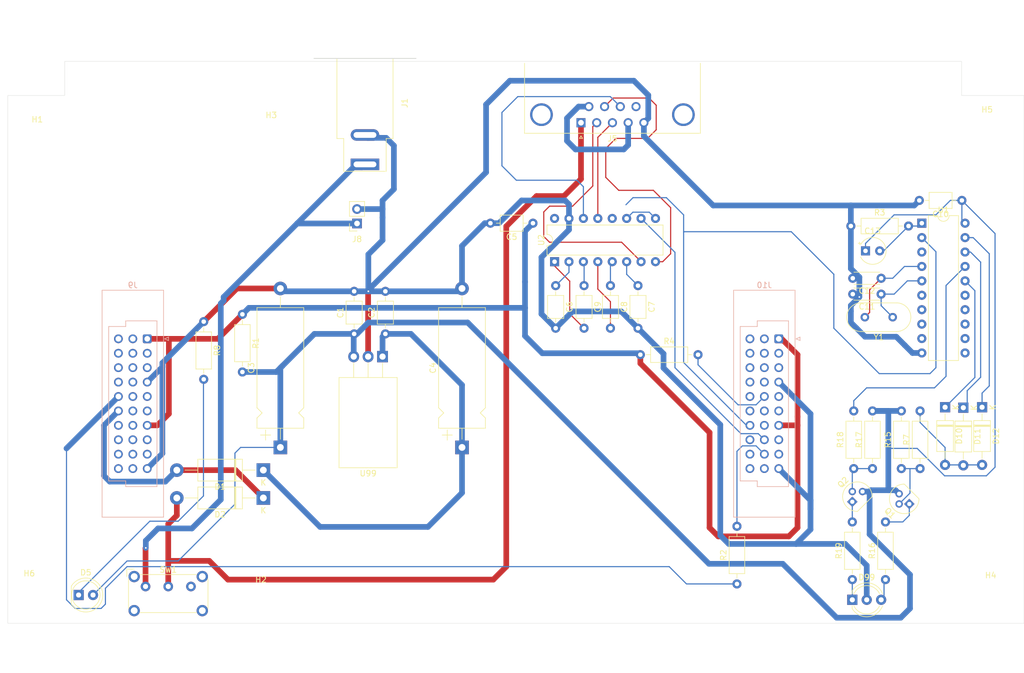
<source format=kicad_pcb>
(kicad_pcb (version 20241229) (generator "pcbnew") (generator_version "9.0")
  (layers (0 "F.Cu" signal) (2 "B.Cu" signal) (13 "F.Paste" user) (15 "B.Paste" user) (5 "F.SilkS" user "F.Silkscreen") (7 "B.SilkS" user "B.Silkscreen") (1 "F.Mask" user) (3 "B.Mask" user) (25 "Edge.Cuts" user))
  (net 0 "")
  (net 2 "Net-(D99-A1)")
  (net 3 "Net-(D99-A2)")
  (net 17 "GND")
  (net 18 "Net-(D10-K)")
  (net 19 "Net-(D11-K)")
  (net 20 "Net-(D12-K)")
  (net 21 "Net-(J5-Pad4)")
  (net 22 "Net-(U2-T1OUT)")
  (net 23 "Net-(U2-R2OUT)")
  (net 24 "Net-(U1-P1.5)")
  (net 25 "Net-(D1-K)")
  (net 61 "Net-(D2-A)")
  (net 62 "Net-(U2-VS+)")
  (net 63 "Net-(U2-VS-)")
  (net 64 "Net-(U2-C2-)")
  (net 65 "Net-(U2-C1+)")
  (net 66 "Net-(U2-C1-)")
  (net 67 "Net-(D5-K)")
  (net 68 "Net-(D1-A)")
  (net 69 "Net-(J8-Pin_1)")
  (net 70 "VCC")
  (net 71 "Net-(U2-C2+)")
  (net 72 "Net-(D10-A)")
  (net 73 "Net-(Q1-C)")
  (net 74 "Net-(Q2-C)")
  (net 75 "Net-(Q2-B)")
  (net 76 "Net-(Q1-B)")
  (net 77 "Net-(U1-RST{slash}VPP)")
  (net 78 "Net-(U1-XTAL1)")
  (net 79 "Net-(U1-XTAL2)")
  (net 80 "Net-(U2-R1IN)")
  (net 81 "Net-(U2-T2OUT)")
  (net 82 "Net-(U2-R2IN)")
  (net 83 "unconnected-(U2-R1OUT-Pad12)")
  (net 84 "Net-(J10C-Pin_c7)")
  (net 85 "Net-(J10B-Pin_b5)")
  (net 86 "Net-(J10B-Pin_b8)")
  (net 87 "Net-(J10B-Pin_b9)")
  (net 88 "Net-(J9C-Pin_c5)")
  (net 100 "Net-(J10A-Pin_a1)")
  (footprint "Capacitor_THT:C_Axial_L3.8mm_D2.6mm_P7.50mm_Horizontal" (layer "F.Cu") (at 159.5 93.5 -90)
    (property "Reference" "C9")
    (property "Value" "C")
  )
  (footprint "MountingHole:MountingHole_3.2mm_M3_DIN965" (layer "F.Cu") (at 102.578 149.098)
    (property "Reference" "H2")
    (property "Value" "MountingHole")
  )
  (footprint "Capacitor_THT:C_Axial_L3.8mm_D2.6mm_P7.50mm_Horizontal" (layer "F.Cu") (at 164.15 93.5 -90)
    (property "Reference" "C8")
    (property "Value" "C")
  )
  (footprint "Capacitor_THT:CP_Radial_Tantal_D4.5mm_P2.50mm" (layer "F.Cu") (at 209.082 87.376)
    (property "Reference" "C13")
    (property "Value" "C")
  )
  (footprint "Resistor_THT:R_Axial_DIN0207_L6.3mm_D2.5mm_P10.16mm_Horizontal" (layer "F.Cu") (at 215.392 125.73 90)
    (property "Reference" "R15")
    (property "Value" "R")
  )
  (footprint "Resistor_THT:R_Axial_DIN0207_L6.3mm_D2.5mm_P10.16mm_Horizontal" (layer "F.Cu") (at 207.01 125.73 90)
    (property "Reference" "R18")
    (property "Value" "R")
  )
  (footprint "Capacitor_THT:C_Disc_D4.3mm_W1.9mm_P5.00mm" (layer "F.Cu") (at 211.836 94.996 180)
    (property "Reference" "C11")
    (property "Value" "C")
  )
  (footprint "Package_TO_SOT_THT:TO-92" (layer "F.Cu") (at 206.756 131.572 45)
    (property "Reference" "Q2")
    (property "Value" "BC327")
  )
  (footprint "Diode_THT:D_A-405_P10.16mm_Horizontal" (layer "F.Cu") (at 223.1 114.92 -90)
    (property "Reference" "D10")
    (property "Value" "D")
  )
  (footprint "Diode_THT:D_A-405_P10.16mm_Horizontal" (layer "F.Cu") (at 226.314 115 -90)
    (property "Reference" "D11")
    (property "Value" "D")
  )
  (footprint "MountingHole:MountingHole_3.2mm_M3_DIN965" (layer "F.Cu") (at 231.14 148.336)
    (property "Reference" "H4")
    (property "Value" "MountingHole")
  )
  (footprint "Package_TO_SOT_THT:TO-92" (layer "F.Cu") (at 216.798584 131.961467 135)
    (property "Reference" "Q1")
    (property "Value" "BC327")
  )
  (footprint "Package_DIP:DIP-16_W7.62mm" (layer "F.Cu") (at 154.305 89.281 90)
    (property "Reference" "U2")
    (property "Value" "MAX202")
  )
  (footprint "LED_THT:LED_D5.0mm-3" (layer "F.Cu") (at 206.756 148.844)
    (property "Reference" "D99")
    (property "Value" "LED_Dual_AAK")
  )
  (footprint "Resistor_THT:R_Axial_DIN0207_L6.3mm_D2.5mm_P10.16mm_Horizontal" (layer "F.Cu") (at 218.694 125.73 90)
    (property "Reference" "R7")
    (property "Value" "R")
  )
  (footprint "Resistor_THT:R_Axial_DIN0207_L6.3mm_D2.5mm_P10.16mm_Horizontal" (layer "F.Cu") (at 212.598 145.288 90)
    (property "Reference" "R16")
    (property "Value" "120")
  )
  (footprint "Resistor_THT:R_Axial_DIN0207_L6.3mm_D2.5mm_P10.16mm_Horizontal" (layer "F.Cu") (at 186.436 146.05 90)
    (property "Reference" "R2")
    (property "Value" "1")
  )
  (footprint "Package_DIP:DIP-20_W7.62mm" (layer "F.Cu") (at 219 82.5)
    (property "Reference" "U1")
    (property "Value" "AT89C2051-12P")
  )
  (footprint "Package_TO_SOT_THT:TO-220-3_Horizontal_TabDown" (layer "F.Cu") (at 124 106 180)
    (property "Reference" "U99")
    (property "Value" "L7805")
  )
  (footprint "Diode_THT:D_A-405_P10.16mm_Horizontal" (layer "F.Cu") (at 229.616 114.92 -90)
    (property "Reference" "D12")
    (property "Value" "D")
  )
  (footprint "Crystal:Crystal_HC18-U_Vertical" (layer "F.Cu") (at 213.868 99.06 180)
    (property "Reference" "Y1")
    (property "Value" "Crystal")
  )
  (footprint "Capacitor_THT:C_Axial_L3.8mm_D2.6mm_P7.50mm_Horizontal" (layer "F.Cu") (at 154.5 93.5 -90)
    (property "Reference" "C6")
    (property "Value" "C")
  )
  (footprint "MountingHole:MountingHole_3.2mm_M3_DIN965" (layer "F.Cu") (at 104.394 67.272)
    (property "Reference" "H3")
    (property "Value" "MountingHole")
  )
  (footprint "MountingHole:MountingHole_3.2mm_M3_DIN965" (layer "F.Cu") (at 63.17 68.034)
    (property "Reference" "H1")
    (property "Value" "MountingHole")
  )
  (footprint "Capacitor_THT:C_Axial_L3.8mm_D2.6mm_P7.50mm_Horizontal" (layer "F.Cu") (at 169 93.5 -90)
    (property "Reference" "C7")
    (property "Value" "C")
  )
  (footprint "Diode_THT:D_DO-15_P15.24mm_Horizontal" (layer "F.Cu") (at 103 130.9 180)
    (property "Reference" "D2")
    (property "Value" "D")
  )
  (footprint "Connector_PinSocket_2.54mm:PinSocket_1x02_P2.54mm_Vertical" (layer "F.Cu") (at 119.507 82.55 180)
    (property "Reference" "J8")
    (property "Value" "Conn_01x02_Socket")
  )
  (footprint "Resistor_THT:R_Axial_DIN0207_L6.3mm_D2.5mm_P10.16mm_Horizontal" (layer "F.Cu") (at 206.5 83)
    (property "Reference" "R3")
    (property "Value" "R")
  )
  (footprint "Capacitor_THT:CP_Axial_L21.0mm_D8.0mm_P28.00mm_Horizontal" (layer "F.Cu") (at 138 122 90)
    (property "Reference" "C4")
    (property "Value" "C_Polarized")
  )
  (footprint "Resistor_THT:R_Axial_DIN0207_L6.3mm_D2.5mm_P10.16mm_Horizontal" (layer "F.Cu") (at 210.312 125.73 90)
    (property "Reference" "R17")
    (property "Value" "R")
  )
  (footprint "MountingHole:MountingHole_3.2mm_M3_DIN965" (layer "F.Cu") (at 230.5 66.294)
    (property "Reference" "H5")
    (property "Value" "MountingHole")
  )
  (footprint "Resistor_THT:R_Axial_DIN0207_L6.3mm_D2.5mm_P10.16mm_Horizontal" (layer "F.Cu") (at 169.418 105.664)
    (property "Reference" "R4")
    (property "Value" "1")
  )
  (footprint "Resistor_THT:R_Axial_DIN0207_L6.3mm_D2.5mm_P10.16mm_Horizontal" (layer "F.Cu") (at 92.5 99.84 -90)
    (property "Reference" "R8")
    (property "Value" "R")
  )
  (footprint "Diode_THT:D_DO-15_P15.24mm_Horizontal" (layer "F.Cu") (at 103 126 180)
    (property "Reference" "D1")
    (property "Value" "D")
  )
  (footprint "Capacitor_THT:C_Disc_D4.3mm_W1.9mm_P5.00mm" (layer "F.Cu") (at 211.836 92.202 180)
    (property "Reference" "C12")
    (property "Value" "C")
  )
  (footprint "Capacitor_THT:C_Axial_L3.8mm_D2.6mm_P7.50mm_Horizontal" (layer "F.Cu") (at 119 102 90)
    (property "Reference" "C1")
    (property "Value" "C")
  )
  (footprint "Resistor_THT:R_Axial_DIN0207_L6.3mm_D2.5mm_P10.16mm_Horizontal" (layer "F.Cu") (at 206.756 145.288 90)
    (property "Reference" "R19")
    (property "Value" "120")
  )
  (footprint "Capacitor_THT:C_Axial_L3.8mm_D2.6mm_P7.50mm_Horizontal" (layer "F.Cu") (at 150.5 82.5 180)
    (property "Reference" "C5")
    (property "Value" "C")
  )
  (footprint "Capacitor_THT:C_Axial_L3.8mm_D2.6mm_P7.50mm_Horizontal" (layer "F.Cu") (at 124.5 102 90)
    (property "Reference" "C2")
    (property "Value" "C")
  )
  (footprint "Connector_BarrelJack:BarrelJack_SwitchcraftConxall_RAPC10U_Horizontal" (layer "F.Cu") (at 120.904 72.136 -90)
    (property "Reference" "J1")
    (property "Value" "Barrel_Jack")
    (fp_line (start -18.67 -9) (end -18.67 9) (stroke (width 0.12)) (layer "Edge.Cuts"))
  )
  (footprint "Resistor_THT:R_Axial_DIN0207_L6.3mm_D2.5mm_P10.16mm_Horizontal" (layer "F.Cu") (at 99.314 98.552 -90)
    (property "Reference" "R1")
    (property "Value" "1")
  )
  (footprint "Capacitor_THT:CP_Axial_L21.0mm_D8.0mm_P28.00mm_Horizontal" (layer "F.Cu") (at 106 122 90)
    (property "Reference" "C3")
    (property "Value" "C_Polarized")
  )
  (footprint "Capacitor_THT:C_Axial_L3.8mm_D2.6mm_P7.50mm_Horizontal" (layer "F.Cu") (at 226.06 78.486 180)
    (property "Reference" "C10")
    (property "Value" "C")
  )
  (footprint "MountingHole:MountingHole_3.2mm_M3_DIN965" (layer "F.Cu") (at 61.76 148)
    (property "Reference" "H6")
    (property "Value" "MountingHole")
  )
  (footprint "LED_THT:LED_D5.0mm" (layer "F.Cu") (at 70.46 148)
    (property "Reference" "D5")
    (property "Value" "POWER")
  )
  (footprint "Connector_Dsub:DSUB-9_Socket_Horizontal_P2.77x2.84mm_EdgePinOffset7.70mm_Housed_MountingHolesOffset9.12mm" (layer "F.Cu") (at 158.96 64.8 180)
    (property "Reference" "J5")
    (property "Value" "DE9_Plug_MountingHoles")
  )
  (footprint "Button_Switch_THT:SW_E-Switch_EG1224_SPDT_Angled" (layer "F.Cu") (at 82.25 146.5)
    (property "Reference" "SW1")
    (property "Value" "SW_SPDT")
  )
  (footprint "Connector_DIN:DIN41612_C3_3x10_Female_Vertical_THT" (layer "B.Cu") (at 82.55 102.87 180)
    (property "Reference" "J9")
    (property "Value" "DIN41612_03x10_ABC")
  )
  (footprint "Connector_DIN:DIN41612_C3_3x10_Female_Vertical_THT" (layer "B.Cu") (at 193.802 102.87 180)
    (property "Reference" "J10")
    (property "Value" "DIN41612_03x10_ABC")
  )
  (gr_poly (pts (xy 58 153) (xy 237 153) (xy 237 60) (xy 226 60) (xy 226 54) (xy 68 54) (xy 68 60) (xy 58 60)) (stroke (width 0.05)) (fill no) (layer "Edge.Cuts"))
  (segment (start 206.756 148.844) (end 206.756 145.288) (width 0.2) (layer "B.Cu") (net 2))
  (segment (start 212.344 145.542) (end 212.598 145.288) (width 0.2) (layer "B.Cu") (net 3))
  (segment (start 211.836 148.844) (end 212.344 148.336) (width 0.2) (layer "B.Cu") (net 3))
  (segment (start 212.344 148.336) (end 212.344 145.542) (width 0.2) (layer "B.Cu") (net 3))
  (segment (start 121.46 106) (end 121.46 94.54) (width 1) (layer "F.Cu") (net 17))
  (segment (start 121.46 94.54) (end 121.5 94.5) (width 1) (layer "F.Cu") (net 17))
  (segment (start 106 94) (end 98.34 94) (width 1) (layer "F.Cu") (net 17))
  (segment (start 98.34 94) (end 92.5 99.84) (width 1) (layer "F.Cu") (net 17))
  (via (at 121.5 94.5) (size 0.6) (drill 0.3) (layers "F.Cu" "B.Cu") (net 17))
  (via (at 208 95.5) (size 0.6) (drill 0.3) (layers "F.Cu" "B.Cu") (net 17))
  (segment (start 144.5 82.5) (end 148.5 78.5) (width 1) (layer "B.Cu") (net 17))
  (segment (start 85.217 107.123) (end 85.217 107.823) (width 1) (layer "B.Cu") (net 17))
  (segment (start 183.5 137.5) (end 183.5 118) (width 1) (layer "B.Cu") (net 17))
  (segment (start 170.815 64.025) (end 170.04 64.8) (width 1) (layer "B.Cu") (net 17))
  (segment (start 142 82.5) (end 138 86.5) (width 1) (layer "B.Cu") (net 17))
  (segment (start 168.275 57.404) (end 170.815 59.944) (width 1) (layer "B.Cu") (net 17))
  (segment (start 121.5 88) (end 122.5 87) (width 1) (layer "B.Cu") (net 17))
  (segment (start 121.5 94.273) (end 142.24 73.533) (width 1) (layer "B.Cu") (net 17))
  (segment (start 157.456 98.044) (end 154.5 101) (width 1) (layer "B.Cu") (net 17))
  (segment (start 152 88.5) (end 152 98.5) (width 1) (layer "B.Cu") (net 17))
  (segment (start 121.5 94.5) (end 121.5 88) (width 1) (layer "B.Cu") (net 17))
  (segment (start 124 85.5) (end 124 81.5) (width 1) (layer "B.Cu") (net 17))
  (segment (start 206.5 79.377) (end 206.502 79.375) (width 1) (layer "B.Cu") (net 17))
  (segment (start 142.24 73.533) (end 142.24 61.595) (width 1) (layer "B.Cu") (net 17))
  (segment (start 152 98.5) (end 154.5 101) (width 1) (layer "B.Cu") (net 17))
  (segment (start 170.815 59.944) (end 170.815 64.025) (width 1) (layer "B.Cu") (net 17))
  (segment (start 199.39 116.078) (end 193.802 110.49) (width 1) (layer "B.Cu") (net 17))
  (segment (start 196.85 139) (end 199.39 136.46) (width 1) (layer "B.Cu") (net 17))
  (segment (start 209.296 142.796) (end 205.5 139) (width 1) (layer "B.Cu") (net 17))
  (segment (start 209.296 148.844) (end 209.296 142.796) (width 1) (layer "B.Cu") (net 17))
  (segment (start 208 92) (end 206.5 90.5) (width 1) (layer "B.Cu") (net 17))
  (segment (start 124 81.5) (end 124 80.01) (width 1) (layer "B.Cu") (net 17))
  (segment (start 205.5 139) (end 196.85 139) (width 1) (layer "B.Cu") (net 17))
  (segment (start 120.904 66.956) (end 121.412 67.464) (width 1) (layer "B.Cu") (net 17))
  (segment (start 121.5 94.5) (end 121.5 94.273) (width 1) (layer "B.Cu") (net 17))
  (segment (start 143 82.5) (end 142 82.5) (width 1) (layer "B.Cu") (net 17))
  (segment (start 173.5 108) (end 173.5 105.5) (width 1) (layer "B.Cu") (net 17))
  (segment (start 206.5 90.5) (end 206.5 83) (width 1) (layer "B.Cu") (net 17))
  (segment (start 121.412 67.464) (end 124.63 67.464) (width 1) (layer "B.Cu") (net 17))
  (segment (start 206.5 98) (end 206.5 97) (width 1) (layer "B.Cu") (net 17))
  (segment (start 199.39 132.842) (end 199.39 116.078) (width 1) (layer "B.Cu") (net 17))
  (segment (start 182.245 79.375) (end 206.502 79.375) (width 1) (layer "B.Cu") (net 17))
  (segment (start 214.5 102.5) (end 212 102.5) (width 1) (layer "B.Cu") (net 17))
  (segment (start 85.217 107.823) (end 82.55 110.49) (width 1) (layer "B.Cu") (net 17))
  (segment (start 206.5 100) (end 206.5 98) (width 1) (layer "B.Cu") (net 17))
  (segment (start 138 86.5) (end 138 94) (width 1) (layer "B.Cu") (net 17))
  (segment (start 156.16 78.5) (end 156.845 79.185) (width 1) (layer "B.Cu") (net 17))
  (segment (start 106 94) (end 106.5 94.5) (width 1) (layer "B.Cu") (net 17))
  (segment (start 106.5 94.5) (end 137.5 94.5) (width 1) (layer "B.Cu") (net 17))
  (segment (start 166.044 98.044) (end 157.456 98.044) (width 1) (layer "B.Cu") (net 17))
  (segment (start 199.39 132.842) (end 199.39 131.318) (width 1) (layer "B.Cu") (net 17))
  (segment (start 170.04 64.8) (end 170.04 67.17) (width 1) (layer "B.Cu") (net 17))
  (segment (start 217.36 105.36) (end 216 104) (width 1) (layer "B.Cu") (net 17))
  (segment (start 206.5 97) (end 208 95.5) (width 1) (layer "B.Cu") (net 17))
  (segment (start 185 139) (end 183.5 137.5) (width 1) (layer "B.Cu") (net 17))
  (segment (start 199.39 136.46) (end 199.39 132.842) (width 1) (layer "B.Cu") (net 17))
  (segment (start 209 102.5) (end 207.5 101) (width 1) (layer "B.Cu") (net 17))
  (segment (start 124 78.5) (end 124 80.01) (width 1) (layer "B.Cu") (net 17))
  (segment (start 212 102.5) (end 209 102.5) (width 1) (layer "B.Cu") (net 17))
  (segment (start 183.5 118) (end 173.5 108) (width 1) (layer "B.Cu") (net 17))
  (segment (start 206.5 83) (end 206.5 79.377) (width 1) (layer "B.Cu") (net 17))
  (segment (start 124.63 67.464) (end 126 68.834) (width 1) (layer "B.Cu") (net 17))
  (segment (start 173.5 105.5) (end 169 101) (width 1) (layer "B.Cu") (net 17))
  (segment (start 217.671 79.375) (end 218.56 78.486) (width 1) (layer "B.Cu") (net 17))
  (segment (start 207.5 101) (end 206.5 100) (width 1) (layer "B.Cu") (net 17))
  (segment (start 85.217 107.123) (end 85.217 123.063) (width 1) (layer "B.Cu") (net 17))
  (segment (start 126 68.834) (end 126 76.5) (width 1) (layer "B.Cu") (net 17))
  (segment (start 208 95.5) (end 208 92) (width 1) (layer "B.Cu") (net 17))
  (segment (start 92.5 99.84) (end 85.217 107.123) (width 1) (layer "B.Cu") (net 17))
  (segment (start 148.5 78.5) (end 156.16 78.5) (width 1) (layer "B.Cu") (net 17))
  (segment (start 122.5 87) (end 124 85.5) (width 1) (layer "B.Cu") (net 17))
  (segment (start 219 105.36) (end 217.36 105.36) (width 1) (layer "B.Cu") (net 17))
  (segment (start 124 80.01) (end 119.507 80.01) (width 1) (layer "B.Cu") (net 17))
  (segment (start 169 101) (end 166.044 98.044) (width 1) (layer "B.Cu") (net 17))
  (segment (start 142.24 61.595) (end 146.431 57.404) (width 1) (layer "B.Cu") (net 17))
  (segment (start 137.5 94.5) (end 138 94) (width 1) (layer "B.Cu") (net 17))
  (segment (start 143 82.5) (end 144.5 82.5) (width 1) (layer "B.Cu") (net 17))
  (segment (start 126 76.5) (end 124 78.5) (width 1) (layer "B.Cu") (net 17))
  (segment (start 206.502 79.375) (end 217.671 79.375) (width 1) (layer "B.Cu") (net 17))
  (segment (start 85.217 123.063) (end 82.55 125.73) (width 1) (layer "B.Cu") (net 17))
  (segment (start 216 104) (end 214.5 102.5) (width 1) (layer "B.Cu") (net 17))
  (segment (start 199.39 131.318) (end 193.802 125.73) (width 1) (layer "B.Cu") (net 17))
  (segment (start 170.04 67.17) (end 182.245 79.375) (width 1) (layer "B.Cu") (net 17))
  (segment (start 156.845 79.185) (end 156.845 81.661) (width 1) (layer "B.Cu") (net 17))
  (segment (start 146.431 57.404) (end 168.275 57.404) (width 1) (layer "B.Cu") (net 17))
  (segment (start 196.85 139) (end 185 139) (width 1) (layer "B.Cu") (net 17))
  (segment (start 156.845 81.661) (end 156.845 83.655) (width 1) (layer "B.Cu") (net 17))
  (segment (start 156.845 83.655) (end 152 88.5) (width 1) (layer "B.Cu") (net 17))
  (segment (start 228.346 94.386) (end 228.346 109.674) (width 0.2) (layer "B.Cu") (net 18))
  (segment (start 228.346 109.674) (end 223.1 114.92) (width 0.2) (layer "B.Cu") (net 18))
  (segment (start 226.62 92.66) (end 228.346 94.386) (width 0.2) (layer "B.Cu") (net 18))
  (segment (start 226.314 115) (end 227 114.314) (width 0.2) (layer "B.Cu") (net 19))
  (segment (start 229.362 89.362) (end 227.58 87.58) (width 0.2) (layer "B.Cu") (net 19))
  (segment (start 229.362 109.638) (end 229.362 89.362) (width 0.2) (layer "B.Cu") (net 19))
  (segment (start 227.58 87.58) (end 226.62 87.58) (width 0.2) (layer "B.Cu") (net 19))
  (segment (start 227 112) (end 229.362 109.638) (width 0.2) (layer "B.Cu") (net 19))
  (segment (start 227 114.314) (end 227 112) (width 0.2) (layer "B.Cu") (net 19))
  (segment (start 230.886 111.163819) (end 229.616 112.433819) (width 0.2) (layer "B.Cu") (net 20))
  (segment (start 229.616 112.433819) (end 229.616 114.92) (width 0.2) (layer "B.Cu") (net 20))
  (segment (start 226.62 85.04) (end 228.04 85.04) (width 0.2) (layer "B.Cu") (net 20))
  (segment (start 230.886 87.886) (end 230.886 111.163819) (width 0.2) (layer "B.Cu") (net 20))
  (segment (start 228.04 85.04) (end 230.886 87.886) (width 0.2) (layer "B.Cu") (net 20))
  (segment (start 160.345 61.96) (end 158.54 61.96) (width 1) (layer "B.Cu") (net 21))
  (segment (start 167.27 68.73) (end 167.27 64.8) (width 1) (layer "B.Cu") (net 21))
  (segment (start 156.5 64) (end 156.5 68) (width 1) (layer "B.Cu") (net 21))
  (segment (start 158 69.5) (end 166.5 69.5) (width 1) (layer "B.Cu") (net 21))
  (segment (start 158.54 61.96) (end 156.5 64) (width 1) (layer "B.Cu") (net 21))
  (segment (start 166.5 69.5) (end 167.27 68.73) (width 1) (layer "B.Cu") (net 21))
  (segment (start 156.5 68) (end 158 69.5) (width 1) (layer "B.Cu") (net 21))
  (segment (start 159.385 76.073) (end 158.242 74.93) (width 0.2) (layer "B.Cu") (net 22))
  (segment (start 147.828 60.198) (end 164.123 60.198) (width 0.2) (layer "B.Cu") (net 22))
  (segment (start 145.034 72.39) (end 145.034 62.992) (width 0.2) (layer "B.Cu") (net 22))
  (segment (start 147.574 74.93) (end 145.034 72.39) (width 0.2) (layer "B.Cu") (net 22))
  (segment (start 158.242 74.93) (end 147.574 74.93) (width 0.2) (layer "B.Cu") (net 22))
  (segment (start 145.034 62.992) (end 147.828 60.198) (width 0.2) (layer "B.Cu") (net 22))
  (segment (start 164.123 60.198) (end 165.885 61.96) (width 0.2) (layer "B.Cu") (net 22))
  (segment (start 159.385 81.661) (end 159.385 76.073) (width 0.2) (layer "B.Cu") (net 22))
  (segment (start 168.105 80.561) (end 170.985 80.561) (width 0.2) (layer "B.Cu") (net 23))
  (segment (start 170.985 80.561) (end 172.085 81.661) (width 0.2) (layer "B.Cu") (net 23))
  (segment (start 167.005 81.661) (end 168.105 80.561) (width 0.2) (layer "B.Cu") (net 23))
  (segment (start 223.266 93.474) (end 226.62 90.12) (width 0.2) (layer "B.Cu") (net 24))
  (segment (start 207.01 113.774475) (end 209.278475 111.506) (width 0.2) (layer "B.Cu") (net 24))
  (segment (start 221.234 111.506) (end 223.266 109.474) (width 0.2) (layer "B.Cu") (net 24))
  (segment (start 207.01 115.57) (end 207.01 113.774475) (width 0.2) (layer "B.Cu") (net 24))
  (segment (start 209.278475 111.506) (end 221.234 111.506) (width 0.2) (layer "B.Cu") (net 24))
  (segment (start 223.266 109.474) (end 223.266 93.474) (width 0.2) (layer "B.Cu") (net 24))
  (segment (start 124 106) (end 124 102.5) (width 1) (layer "B.Cu") (net 25))
  (segment (start 124 102.5) (end 124.5 102) (width 1) (layer "B.Cu") (net 25))
  (segment (start 124.5 102) (end 129 102) (width 1) (layer "B.Cu") (net 25))
  (segment (start 138 130) (end 132 136) (width 1) (layer "B.Cu") (net 25))
  (segment (start 113 136) (end 103 126) (width 1) (layer "B.Cu") (net 25))
  (segment (start 138 122) (end 138 130) (width 1) (layer "B.Cu") (net 25))
  (segment (start 138 111) (end 138 122) (width 1) (layer "B.Cu") (net 25))
  (segment (start 129 102) (end 138 111) (width 1) (layer "B.Cu") (net 25))
  (segment (start 132 136) (end 113 136) (width 1) (layer "B.Cu") (net 25))
  (segment (start 143.51 145.288) (end 96.774 145.288) (width 1) (layer "F.Cu") (net 61))
  (segment (start 87.76 130.9) (end 87.76 133.982) (width 1) (layer "F.Cu") (net 61))
  (segment (start 87.76 133.982) (end 86.25 135.492) (width 1) (layer "F.Cu") (net 61))
  (segment (start 155.956 77.724) (end 151.13 77.724) (width 1) (layer "F.Cu") (net 61))
  (segment (start 96.774 145.288) (end 93.472 141.986) (width 1) (layer "F.Cu") (net 61))
  (segment (start 86.25 135.492) (end 86.25 141.986) (width 1) (layer "F.Cu") (net 61))
  (segment (start 145.796 83.058) (end 145.796 143.002) (width 1) (layer "F.Cu") (net 61))
  (segment (start 158.96 74.72) (end 155.956 77.724) (width 1) (layer "F.Cu") (net 61))
  (segment (start 151.13 77.724) (end 145.796 83.058) (width 1) (layer "F.Cu") (net 61))
  (segment (start 93.472 141.986) (end 86.25 141.986) (width 1) (layer "F.Cu") (net 61))
  (segment (start 145.796 143.002) (end 143.51 145.288) (width 1) (layer "F.Cu") (net 61))
  (segment (start 158.96 64.8) (end 158.96 74.72) (width 1) (layer "F.Cu") (net 61))
  (segment (start 86.25 141.986) (end 86.25 146.5) (width 1) (layer "F.Cu") (net 61))
  (segment (start 156.845 89.281) (end 156.845 91.155) (width 0.2) (layer "B.Cu") (net 62))
  (segment (start 156.845 91.155) (end 155 93) (width 0.2) (layer "B.Cu") (net 62))
  (segment (start 167.005 89.281) (end 167.005 91.505) (width 0.2) (layer "B.Cu") (net 63))
  (segment (start 167.005 91.505) (end 169 93.5) (width 0.2) (layer "B.Cu") (net 63))
  (segment (start 164.465 89.281) (end 164.15 89.596) (width 0.2) (layer "B.Cu") (net 64))
  (segment (start 164.15 89.596) (end 164.15 93.5) (width 0.2) (layer "B.Cu") (net 64))
  (segment (start 156.972 98.472) (end 159.5 101) (width 0.2) (layer "F.Cu") (net 65))
  (segment (start 154.305 89.281) (end 154.305 90.043) (width 0.2) (layer "F.Cu") (net 65))
  (segment (start 156.972 92.71) (end 156.972 98.472) (width 0.2) (layer "F.Cu") (net 65))
  (segment (start 154.305 90.043) (end 156.972 92.71) (width 0.2) (layer "F.Cu") (net 65))
  (segment (start 159.512 89.408) (end 159.512 93.488) (width 0.2) (layer "B.Cu") (net 66))
  (segment (start 159.385 89.281) (end 159.512 89.408) (width 0.2) (layer "B.Cu") (net 66))
  (segment (start 159.512 93.488) (end 159.5 93.5) (width 0.2) (layer "B.Cu") (net 66))
  (segment (start 92.456 130.544) (end 92.456 110.044) (width 0.2) (layer "B.Cu") (net 67))
  (segment (start 92.456 110.044) (end 92.5 110) (width 0.2) (layer "B.Cu") (net 67))
  (segment (start 70.46 148) (end 70.46 147.54) (width 0.2) (layer "B.Cu") (net 67))
  (segment (start 70.46 147.54) (end 83 135) (width 0.2) (layer "B.Cu") (net 67))
  (segment (start 88 135) (end 92.456 130.544) (width 0.2) (layer "B.Cu") (net 67))
  (segment (start 83 135) (end 88 135) (width 0.2) (layer "B.Cu") (net 67))
  (segment (start 98.1 126) (end 103 130.9) (width 1) (layer "F.Cu") (net 68))
  (segment (start 87.76 126) (end 98.1 126) (width 1) (layer "F.Cu") (net 68))
  (segment (start 74.93 127) (end 74.93 118.11) (width 1) (layer "B.Cu") (net 68))
  (segment (start 74.93 118.11) (end 77.47 115.57) (width 1) (layer "B.Cu") (net 68))
  (segment (start 85.744 128.016) (end 75.946 128.016) (width 1) (layer "B.Cu") (net 68))
  (segment (start 87.76 126) (end 85.744 128.016) (width 1) (layer "B.Cu") (net 68))
  (segment (start 75.946 128.016) (end 74.93 127) (width 1) (layer "B.Cu") (net 68))
  (segment (start 82.25 146.5) (end 82.25 139.746) (width 1) (layer "F.Cu") (net 69))
  (segment (start 82.25 139.746) (end 82.296 139.7) (width 1) (layer "F.Cu") (net 69))
  (via (at 82.296 139.7) (size 0.6) (drill 0.3) (layers "F.Cu" "B.Cu") (net 69))
  (segment (start 82.296 139.7) (end 82.296 138.43) (width 1) (layer "B.Cu") (net 69))
  (segment (start 95.504 96.647) (end 96.012 96.139) (width 1) (layer "B.Cu") (net 69))
  (segment (start 96.012 95.504) (end 108.966 82.55) (width 1) (layer "B.Cu") (net 69))
  (segment (start 118.872 72.644) (end 120.396 72.644) (width 1) (layer "B.Cu") (net 69))
  (segment (start 84.455 136.271) (end 90.424 136.271) (width 1) (layer "B.Cu") (net 69))
  (segment (start 108.966 82.55) (end 119.507 82.55) (width 1) (layer "B.Cu") (net 69))
  (segment (start 95.504 131.191) (end 95.504 96.647) (width 1) (layer "B.Cu") (net 69))
  (segment (start 120.396 72.644) (end 120.904 72.136) (width 1) (layer "B.Cu") (net 69))
  (segment (start 108.966 82.55) (end 118.872 72.644) (width 1) (layer "B.Cu") (net 69))
  (segment (start 90.424 136.271) (end 95.504 131.191) (width 1) (layer "B.Cu") (net 69))
  (segment (start 82.296 138.43) (end 84.455 136.271) (width 1) (layer "B.Cu") (net 69))
  (segment (start 96.012 96.139) (end 96.012 95.504) (width 1) (layer "B.Cu") (net 69))
  (segment (start 119.5 102) (end 119 102) (width 1) (layer "B.Cu") (net 70))
  (segment (start 213.106 122.174) (end 213.106 129.54) (width 1) (layer "B.Cu") (net 70))
  (segment (start 226.06 78.486) (end 224.028 78.486) (width 0.2) (layer "B.Cu") (net 70))
  (segment (start 216.916 144.416) (end 216.916 150.368) (width 1) (layer "B.Cu") (net 70))
  (segment (start 204 152) (end 194.5 142.5) (width 1) (layer "B.Cu") (net 70))
  (segment (start 213.106 129.54) (end 210.058 129.54) (width 1) (layer "B.Cu") (net 70))
  (segment (start 210.058 129.54) (end 209.804 129.794) (width 1) (layer "B.Cu") (net 70))
  (segment (start 105.288 108.712) (end 106.365 107.635) (width 1) (layer "B.Cu") (net 70))
  (segment (start 215.284 152) (end 204 152) (width 1) (layer "B.Cu") (net 70))
  (segment (start 231.902 125.476) (end 230.378 127) (width 0.2) (layer "B.Cu") (net 70))
  (segment (start 221.488 81.026) (end 214.122 81.026) (width 0.2) (layer "B.Cu") (net 70))
  (segment (start 214.377117 129.54) (end 215.002533 130.165416) (width 1) (layer "B.Cu") (net 70))
  (segment (start 213.106 129.54) (end 214.377117 129.54) (width 1) (layer "B.Cu") (net 70))
  (segment (start 98 132) (end 98 123) (width 0.2) (layer "B.Cu") (net 70))
  (segment (start 99 122) (end 106 122) (width 0.2) (layer "B.Cu") (net 70))
  (segment (start 226.06 78.486) (end 231.902 84.328) (width 0.2) (layer "B.Cu") (net 70))
  (segment (start 216.916 150.368) (end 215.284 152) (width 1) (layer "B.Cu") (net 70))
  (segment (start 231.902 84.328) (end 231.902 125.476) (width 0.2) (layer "B.Cu") (net 70))
  (segment (start 210.312 115.57) (end 210.693 115.57) (width 1) (layer "B.Cu") (net 70))
  (segment (start 181.5 142.5) (end 139 100) (width 1) (layer "B.Cu") (net 70))
  (segment (start 106 122) (end 106 108) (width 1) (layer "B.Cu") (net 70))
  (segment (start 209.082 86.066) (end 209.082 87.376) (width 0.2) (layer "B.Cu") (net 70))
  (segment (start 98 123) (end 99 122) (width 0.2) (layer "B.Cu") (net 70))
  (segment (start 99.314 108.712) (end 105.288 108.712) (width 1) (layer "B.Cu") (net 70))
  (segment (start 210.693 115.57) (end 215.392 115.57) (width 1) (layer "B.Cu") (net 70))
  (segment (start 226.06 78.486) (end 226.06 81.94) (width 0.2) (layer "B.Cu") (net 70))
  (segment (start 106 108) (end 106.365 107.635) (width 1) (layer "B.Cu") (net 70))
  (segment (start 118.92 106) (end 118.92 102.08) (width 1) (layer "B.Cu") (net 70))
  (segment (start 213.106 115.57) (end 213.106 122.174) (width 1) (layer "B.Cu") (net 70))
  (segment (start 209.804 137.304) (end 216.916 144.416) (width 1) (layer "B.Cu") (net 70))
  (segment (start 210.693 115.57) (end 213.106 115.57) (width 1) (layer "B.Cu") (net 70))
  (segment (start 106.365 107.635) (end 112 102) (width 1) (layer "B.Cu") (net 70))
  (segment (start 209.822051 129.775949) (end 210.058 129.54) (width 1) (layer "B.Cu") (net 70))
  (segment (start 226.06 81.94) (end 226.62 82.5) (width 0.2) (layer "B.Cu") (net 70))
  (segment (start 79 142) (end 88 142) (width 0.2) (layer "B.Cu") (net 70))
  (segment (start 208.552051 129.775949) (end 209.822051 129.775949) (width 1) (layer "B.Cu") (net 70))
  (segment (start 223.012 127) (end 218.186 122.174) (width 0.2) (layer "B.Cu") (net 70))
  (segment (start 121.5 100) (end 119.5 102) (width 1) (layer "B.Cu") (net 70))
  (segment (start 218.186 122.174) (end 213.106 122.174) (width 0.2) (layer "B.Cu") (net 70))
  (segment (start 139 100) (end 121.5 100) (width 1) (layer "B.Cu") (net 70))
  (segment (start 73 148) (end 79 142) (width 0.2) (layer "B.Cu") (net 70))
  (segment (start 112 102) (end 119 102) (width 1) (layer "B.Cu") (net 70))
  (segment (start 88 142) (end 98 132) (width 0.2) (layer "B.Cu") (net 70))
  (segment (start 230.378 127) (end 223.012 127) (width 0.2) (layer "B.Cu") (net 70))
  (segment (start 194.5 142.5) (end 181.5 142.5) (width 1) (layer "B.Cu") (net 70))
  (segment (start 118.92 102.08) (end 119 102) (width 1) (layer "B.Cu") (net 70))
  (segment (start 209.804 129.794) (end 209.804 137.304) (width 1) (layer "B.Cu") (net 70))
  (segment (start 224.028 78.486) (end 221.488 81.026) (width 0.2) (layer "B.Cu") (net 70))
  (segment (start 214.122 81.026) (end 209.082 86.066) (width 0.2) (layer "B.Cu") (net 70))
  (segment (start 161.925 94.107) (end 164.15 96.332) (width 0.2) (layer "F.Cu") (net 71))
  (segment (start 161.925 89.281) (end 161.925 94.107) (width 0.2) (layer "F.Cu") (net 71))
  (segment (start 164.15 96.332) (end 164.15 101) (width 0.2) (layer "F.Cu") (net 71))
  (segment (start 229.616 125.08) (end 223.1 125.08) (width 0.2) (layer "B.Cu") (net 72))
  (segment (start 223.1 125.08) (end 223.1 122.008) (width 0.2) (layer "B.Cu") (net 72))
  (segment (start 218.694 117.602) (end 218.694 115.57) (width 0.2) (layer "B.Cu") (net 72))
  (segment (start 223.1 122.008) (end 218.694 117.602) (width 0.2) (layer "B.Cu") (net 72))
  (segment (start 216.798584 131.961467) (end 216.798584 133.975416) (width 0.2) (layer "B.Cu") (net 73))
  (segment (start 215.646 135.128) (end 212.598 135.128) (width 0.2) (layer "B.Cu") (net 73))
  (segment (start 216.798584 133.975416) (end 215.646 135.128) (width 0.2) (layer "B.Cu") (net 73))
  (segment (start 206.756 135.128) (end 206.756 131.572) (width 0.2) (layer "B.Cu") (net 74))
  (segment (start 206.756 125.984) (end 207.01 125.73) (width 0.2) (layer "B.Cu") (net 75))
  (segment (start 206.756 129.775949) (end 206.756 125.984) (width 0.2) (layer "B.Cu") (net 75))
  (segment (start 207.01 125.73) (end 210.312 125.73) (width 0.2) (layer "B.Cu") (net 75))
  (segment (start 216.916 130.048) (end 216.916 125.73) (width 0.2) (layer "B.Cu") (net 76))
  (segment (start 215.392 125.73) (end 216.916 125.73) (width 0.2) (layer "B.Cu") (net 76))
  (segment (start 215.002533 131.961467) (end 216.916 130.048) (width 0.2) (layer "B.Cu") (net 76))
  (segment (start 216.916 125.73) (end 218.694 125.73) (width 0.2) (layer "B.Cu") (net 76))
  (segment (start 216.66 83) (end 218.5 83) (width 0.2) (layer "B.Cu") (net 77))
  (segment (start 218.5 83) (end 219 82.5) (width 0.2) (layer "B.Cu") (net 77))
  (segment (start 212.284 87.376) (end 216.66 83) (width 0.2) (layer "B.Cu") (net 77))
  (segment (start 211.582 87.376) (end 212.284 87.376) (width 0.2) (layer "B.Cu") (net 77))
  (segment (start 214.122 94.996) (end 216.458 92.66) (width 0.2) (layer "B.Cu") (net 78))
  (segment (start 211.836 97.028) (end 213.868 99.06) (width 0.2) (layer "B.Cu") (net 78))
  (segment (start 211.836 94.996) (end 211.836 97.028) (width 0.2) (layer "B.Cu") (net 78))
  (segment (start 211.836 94.996) (end 214.122 94.996) (width 0.2) (layer "B.Cu") (net 78))
  (segment (start 216.458 92.66) (end 219 92.66) (width 0.2) (layer "B.Cu") (net 78))
  (segment (start 209.804 94.234) (end 211.836 92.202) (width 0.2) (layer "F.Cu") (net 79))
  (segment (start 208.968 99.06) (end 209.804 98.224) (width 0.2) (layer "F.Cu") (net 79))
  (segment (start 209.804 98.224) (end 209.804 94.234) (width 0.2) (layer "F.Cu") (net 79))
  (segment (start 213.868 92.202) (end 215.95 90.12) (width 0.2) (layer "B.Cu") (net 79))
  (segment (start 211.836 92.202) (end 213.868 92.202) (width 0.2) (layer "B.Cu") (net 79))
  (segment (start 215.95 90.12) (end 219 90.12) (width 0.2) (layer "B.Cu") (net 79))
  (segment (start 161.925 67.375) (end 164.5 64.8) (width 0.2) (layer "F.Cu") (net 80))
  (segment (start 161.925 81.661) (end 161.925 67.375) (width 0.2) (layer "F.Cu") (net 80))
  (segment (start 152.4 84.836) (end 152.4 80.518) (width 0.2) (layer "F.Cu") (net 81))
  (segment (start 153.416 85.852) (end 152.4 84.836) (width 0.2) (layer "F.Cu") (net 81))
  (segment (start 166.116 85.852) (end 153.416 85.852) (width 0.2) (layer "F.Cu") (net 81))
  (segment (start 169.545 89.281) (end 166.116 85.852) (width 0.2) (layer "F.Cu") (net 81))
  (segment (start 161.036 65.494) (end 161.73 64.8) (width 0.2) (layer "F.Cu") (net 81))
  (segment (start 157.48 79.502) (end 161.036 75.946) (width 0.2) (layer "F.Cu") (net 81))
  (segment (start 152.4 80.518) (end 153.416 79.502) (width 0.2) (layer "F.Cu") (net 81))
  (segment (start 161.036 75.946) (end 161.036 65.494) (width 0.2) (layer "F.Cu") (net 81))
  (segment (start 153.416 79.502) (end 157.48 79.502) (width 0.2) (layer "F.Cu") (net 81))
  (segment (start 165.1 67.564) (end 170.688 67.564) (width 0.2) (layer "F.Cu") (net 82))
  (segment (start 174.752 79.756) (end 171.704 76.708) (width 0.2) (layer "F.Cu") (net 82))
  (segment (start 165.608 76.708) (end 163.322 74.422) (width 0.2) (layer "F.Cu") (net 82))
  (segment (start 172.085 89.281) (end 173.355 89.281) (width 0.2) (layer "F.Cu") (net 82))
  (segment (start 164.623 60.452) (end 163.115 61.96) (width 0.2) (layer "F.Cu") (net 82))
  (segment (start 171.704 76.708) (end 165.608 76.708) (width 0.2) (layer "F.Cu") (net 82))
  (segment (start 163.322 69.342) (end 165.1 67.564) (width 0.2) (layer "F.Cu") (net 82))
  (segment (start 173.355 89.281) (end 174.752 87.884) (width 0.2) (layer "F.Cu") (net 82))
  (segment (start 170.942 60.452) (end 164.623 60.452) (width 0.2) (layer "F.Cu") (net 82))
  (segment (start 172.212 66.04) (end 172.212 61.722) (width 0.2) (layer "F.Cu") (net 82))
  (segment (start 174.752 87.884) (end 174.752 79.756) (width 0.2) (layer "F.Cu") (net 82))
  (segment (start 172.212 61.722) (end 170.942 60.452) (width 0.2) (layer "F.Cu") (net 82))
  (segment (start 170.688 67.564) (end 172.212 66.04) (width 0.2) (layer "F.Cu") (net 82))
  (segment (start 163.322 74.422) (end 163.322 69.342) (width 0.2) (layer "F.Cu") (net 82))
  (segment (start 164.919 81.661) (end 164.465 81.661) (width 0.2) (layer "B.Cu") (net 83))
  (segment (start 211.5 109) (end 220.438 109) (width 0.2) (layer "B.Cu") (net 84))
  (segment (start 177.038 84.074) (end 177.112 84) (width 0.2) (layer "B.Cu") (net 84))
  (segment (start 177.038 84.074) (end 177.038 81.038) (width 0.2) (layer "B.Cu") (net 84))
  (segment (start 203.5 101) (end 211.5 109) (width 0.2) (layer "B.Cu") (net 84))
  (segment (start 196 84) (end 203.5 91.5) (width 0.2) (layer "B.Cu") (net 84))
  (segment (start 177.112 84) (end 196 84) (width 0.2) (layer "B.Cu") (net 84))
  (segment (start 188.11 118.11) (end 177.038 107.038) (width 0.2) (layer "B.Cu") (net 84))
  (segment (start 221.488 87.528) (end 219 85.04) (width 0.2) (layer "B.Cu") (net 84))
  (segment (start 188.722 118.11) (end 188.11 118.11) (width 0.2) (layer "B.Cu") (net 84))
  (segment (start 177.038 107.038) (end 177.038 84.074) (width 0.2) (layer "B.Cu") (net 84))
  (segment (start 221.488 107.95) (end 221.488 87.528) (width 0.2) (layer "B.Cu") (net 84))
  (segment (start 174 78) (end 168.126 78) (width 0.2) (layer "B.Cu") (net 84))
  (segment (start 203.5 91.5) (end 203.5 101) (width 0.2) (layer "B.Cu") (net 84))
  (segment (start 177.038 81.038) (end 174 78) (width 0.2) (layer "B.Cu") (net 84))
  (segment (start 168.126 78) (end 166.878 79.248) (width 0.2) (layer "B.Cu") (net 84))
  (segment (start 220.438 109) (end 221.488 107.95) (width 0.2) (layer "B.Cu") (net 84))
  (segment (start 179.578 105.664) (end 179.578 107.442) (width 0.2) (layer "B.Cu") (net 85))
  (segment (start 179.578 107.442) (end 186.63 114.494) (width 0.2) (layer "B.Cu") (net 85))
  (segment (start 186.63 114.494) (end 189.798 114.494) (width 0.2) (layer "B.Cu") (net 85))
  (segment (start 189.798 114.494) (end 191.262 113.03) (width 0.2) (layer "B.Cu") (net 85))
  (segment (start 169.545 81.661) (end 175.514 87.63) (width 0.2) (layer "B.Cu") (net 86))
  (segment (start 187.138 119.574) (end 190.186 119.574) (width 0.2) (layer "B.Cu") (net 86))
  (segment (start 190.186 119.574) (end 191.262 120.65) (width 0.2) (layer "B.Cu") (net 86))
  (segment (start 175.514 87.63) (end 175.514 107.95) (width 0.2) (layer "B.Cu") (net 86))
  (segment (start 175.514 107.95) (end 187.138 119.574) (width 0.2) (layer "B.Cu") (net 86))
  (segment (start 191.262 123.19) (end 189.798 121.726) (width 0.2) (layer "B.Cu") (net 87))
  (segment (start 186.436 122.682) (end 186.436 135.89) (width 0.2) (layer "B.Cu") (net 87))
  (segment (start 189.798 121.726) (end 187.392 121.726) (width 0.2) (layer "B.Cu") (net 87))
  (segment (start 187.392 121.726) (end 186.436 122.682) (width 0.2) (layer "B.Cu") (net 87))
  (segment (start 77.47 113.03) (end 68.326 122.174) (width 1) (layer "B.Cu") (net 88))
  (segment (start 68.326 148.844) (end 69.85 150.368) (width 0.2) (layer "B.Cu") (net 88))
  (segment (start 68.326 122.174) (end 68.326 148.844) (width 0.2) (layer "B.Cu") (net 88))
  (segment (start 75.184 149.606) (end 75.184 146.812) (width 0.2) (layer "B.Cu") (net 88))
  (segment (start 78.994 143.002) (end 174.498 143.002) (width 0.2) (layer "B.Cu") (net 88))
  (segment (start 177.546 146.05) (end 186.436 146.05) (width 0.2) (layer "B.Cu") (net 88))
  (segment (start 74.422 150.368) (end 75.184 149.606) (width 0.2) (layer "B.Cu") (net 88))
  (segment (start 174.498 143.002) (end 177.546 146.05) (width 0.2) (layer "B.Cu") (net 88))
  (segment (start 69.85 150.368) (end 74.422 150.368) (width 0.2) (layer "B.Cu") (net 88))
  (segment (start 75.184 146.812) (end 78.994 143.002) (width 0.2) (layer "B.Cu") (net 88))
  (segment (start 94.996 102.87) (end 99.314 98.552) (width 1) (layer "F.Cu") (net 100))
  (segment (start 82.55 102.87) (end 86.36 102.87) (width 1) (layer "F.Cu") (net 100))
  (segment (start 194.31 118.11) (end 197.104 118.11) (width 1) (layer "F.Cu") (net 100))
  (segment (start 197.104 105.664) (end 197.104 116.586) (width 1) (layer "F.Cu") (net 100))
  (segment (start 183.134 137.668) (end 181.61 136.144) (width 1) (layer "F.Cu") (net 100))
  (segment (start 197.104 118.11) (end 197.104 136.144) (width 1) (layer "F.Cu") (net 100))
  (segment (start 197.104 136.144) (end 195.58 137.668) (width 1) (layer "F.Cu") (net 100))
  (segment (start 197.104 116.586) (end 197.104 118.11) (width 1) (layer "F.Cu") (net 100))
  (segment (start 86.36 102.87) (end 94.996 102.87) (width 1) (layer "F.Cu") (net 100))
  (segment (start 86.36 116.078) (end 86.36 102.87) (width 1) (layer "F.Cu") (net 100))
  (segment (start 194.31 102.87) (end 197.104 105.664) (width 1) (layer "F.Cu") (net 100))
  (segment (start 169.418 107.188) (end 169.418 105.664) (width 1) (layer "F.Cu") (net 100))
  (segment (start 181.61 136.144) (end 181.61 119.38) (width 1) (layer "F.Cu") (net 100))
  (segment (start 181.61 119.38) (end 169.418 107.188) (width 1) (layer "F.Cu") (net 100))
  (segment (start 195.58 137.668) (end 183.134 137.668) (width 1) (layer "F.Cu") (net 100))
  (segment (start 84.328 118.11) (end 86.36 116.078) (width 1) (layer "F.Cu") (net 100))
  (segment (start 82.55 118.11) (end 84.328 118.11) (width 1) (layer "F.Cu") (net 100))
  (segment (start 149.098 92.837) (end 149.098 97.409) (width 1) (layer "B.Cu") (net 100))
  (segment (start 99.314 98.552) (end 100.457 97.409) (width 1) (layer "B.Cu") (net 100))
  (segment (start 169.164 105.41) (end 169.418 105.664) (width 1) (layer "B.Cu") (net 100))
  (segment (start 149.098 83.902) (end 149.098 92.837) (width 1) (layer "B.Cu") (net 100))
  (segment (start 149.098 102.362) (end 152.146 105.41) (width 1) (layer "B.Cu") (net 100))
  (segment (start 100.457 97.409) (end 149.098 97.409) (width 1) (layer "B.Cu") (net 100))
  (segment (start 152.146 105.41) (end 169.164 105.41) (width 1) (layer "B.Cu") (net 100))
  (segment (start 150.5 82.5) (end 149.098 83.902) (width 1) (layer "B.Cu") (net 100))
  (segment (start 149.098 97.409) (end 149.098 102.362) (width 1) (layer "B.Cu") (net 100))
)
</source>
